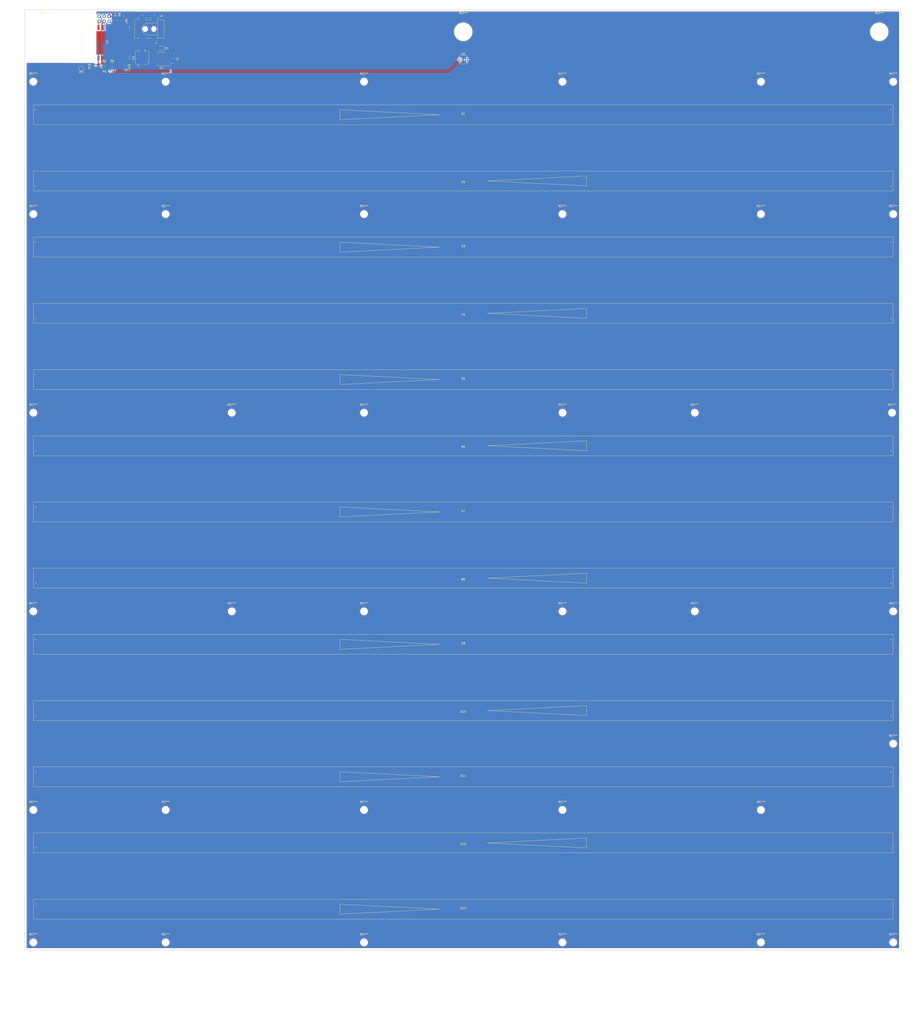
<source format=kicad_pcb>
(kicad_pcb (version 20211014) (generator pcbnew)
  (layers (0 "F.Cu" power) (31 "B.Cu" signal) (36 "B.SilkS" user "B.Silkscreen") (37 "F.SilkS" user "F.Silkscreen") (38 "B.Mask" user) (39 "F.Mask" user) (44 "Edge.Cuts" user))
  (net 0 "")
  (net 1 "GND")
  (net 2 "+5V")
  (net 3 "Net-(R1-Pad1)")
  (net 4 "+3V3")
  (net 5 "Net-(R6-Pad1)")
  (net 6 "Net-(R8-Pad2)")
  (net 7 "Net-(R9-Pad2)")
  (net 8 "Net-(R2-Pad1)")
  (net 9 "/Reset")
  (net 10 "/Flash")
  (net 11 "Net-(JP1-Pad1)")
  (net 12 "Net-(JP1-Pad2)")
  (net 25 "Net-(J1-Pad4)")
  (net 26 "Net-(S2-Pad4)")
  (net 27 "Net-(S1-Pad4)")
  (net 28 "Net-(S4-Pad4)")
  (net 29 "Net-(S3-Pad4)")
  (net 30 "Net-(S6-Pad4)")
  (net 31 "Net-(S5-Pad4)")
  (net 32 "Net-(S8-Pad4)")
  (net 33 "Net-(S10-Pad2)")
  (net 34 "Net-(S10-Pad4)")
  (net 35 "Net-(S7-Pad4)")
  (net 36 "Net-(S12-Pad4)")
  (net 38 "Net-(S11-Pad4)")
  (net 39 "Net-(J1-Pad6)")
  (footprint "Resistor_SMD:R_0805_2012Metric_Pad1.20x1.40mm_HandSolder" (layer "F.Cu") (at 366.163 338.203 -90)
    (fp_text reference "R5" (at 0 -1.65 90) (layer "F.SilkS"))
    (fp_text value "12k")
    (pad "1" smd roundrect locked (at -1 0 270) (size 1.2 1.4) (layers "F.Cu" "F.Paste" "F.Mask") (roundrect_rratio 0.2083333333) (net 9 "/Reset"))
    (pad "2" smd roundrect locked (at 1 0 270) (size 1.2 1.4) (layers "F.Cu" "F.Paste" "F.Mask") (roundrect_rratio 0.2083333333) (net 4 "+3V3"))
  )
  (footprint "MountingHole:MountingHole_3mm" (layer "F.Cu") (at 499.99965 512.48036)
    (fp_text reference "REF**" (at 0 -4) (layer "F.SilkS"))
    (fp_text value "MountingHole_3mm")
    (pad "" np_thru_hole circle locked (at 0 0) (size 3 3) (drill 3) (layers *.Cu *.Mask))
  )
  (footprint "Connector_BarrelJack:BarrelJack_CLIFF_FC681465S_SMT_Horizontal" (layer "F.Cu") (at 391.182 319.265 180)
    (fp_text reference "J2" (at -6.5 6.5) (layer "F.SilkS"))
    (fp_text value "Conn_01x02_Female")
    (pad "" np_thru_hole oval locked (at -2.9 0 270) (size 2 1.5) (drill oval 2 1.5) (layers *.Cu *.Mask))
    (pad "" np_thru_hole circle locked (at 1.5 0 270) (size 2 2) (drill 2) (layers *.Cu *.Mask))
    (pad "1" smd rect locked (at 3 -5.5 270) (size 3 2) (layers "F.Cu" "F.Paste" "F.Mask") (net 2 "+5V"))
    (pad "1" smd rect locked (at -3 -5.5 270) (size 3 2) (layers "F.Cu" "F.Paste" "F.Mask") (net 2 "+5V"))
    (pad "2" smd rect locked (at 3 5.5 270) (size 3 2) (layers "F.Cu" "F.Paste" "F.Mask") (net 1 "GND"))
    (pad "3" smd rect locked (at -3 5.5 270) (size 3 2) (layers "F.Cu" "F.Paste" "F.Mask") (net 1 "GND"))
  )
  (footprint "MountingHole:MountingHole_8.4mm_M8" (layer "F.Cu") (at 338.72 320.65)
    (fp_text reference "REF**" (at 0 -9.4) (layer "F.SilkS"))
    (fp_text value "MountingHole_8.4mm_M8")
    (pad "" np_thru_hole circle locked (at 0 0) (size 8.4 8.4) (drill 8.4) (layers *.Cu *.Mask))
  )
  (footprint "MountingHole:MountingHole_3mm" (layer "F.Cu") (at 399.99966 779.147)
    (fp_text reference "REF**" (at 0 -4) (layer "F.SilkS"))
    (fp_text value "MountingHole_3mm")
    (pad "" np_thru_hole circle locked (at 0 0) (size 3 3) (drill 3) (layers *.Cu *.Mask))
  )
  (footprint "MountingHole:MountingHole_3mm" (layer "F.Cu") (at 399.99966 412.48037)
    (fp_text reference "REF**" (at 0 -4) (layer "F.SilkS"))
    (fp_text value "MountingHole_3mm")
    (pad "" np_thru_hole circle locked (at 0 0) (size 3 3) (drill 3) (layers *.Cu *.Mask))
  )
  (footprint "MountingHole:MountingHole_3mm" (layer "F.Cu") (at 599.99964 779.147)
    (fp_text reference "REF**" (at 0 -4) (layer "F.SilkS"))
    (fp_text value "MountingHole_3mm")
    (pad "" np_thru_hole circle locked (at 0 0) (size 3 3) (drill 3) (layers *.Cu *.Mask))
  )
  (footprint "woordklok_footprint:WS2812_ledstrip_30leds_meter" (layer "F.Cu") (at 550 395.7783 180)
    (fp_text reference "S2" (at 0 -0.5 180 unlocked) (layer "F.SilkS"))
    (fp_text value "WS2812_ledstrip")
    (pad "1" smd roundrect locked (at 217.25 -2.5 180) (size 3 1.7) (layers "F.Cu" "F.Paste" "F.Mask") (net 1 "GND"))
    (pad "1" smd roundrect locked (at -217.3 -2.5 180) (size 3 1.7) (layers "F.Cu" "F.Paste" "F.Mask") (net 1 "GND"))
    (pad "2" smd roundrect locked (at -217.3 0 180) (size 3 1.7) (layers "F.Cu" "F.Paste" "F.Mask") (net 27 "Net-(S1-Pad4)"))
    (pad "3" smd roundrect locked (at 217.25 2.5 180) (size 3 1.7) (layers "F.Cu" "F.Paste" "F.Mask") (net 2 "+5V"))
    (pad "3" smd roundrect locked (at -217.3 2.5 180) (size 3 1.7) (layers "F.Cu" "F.Paste" "F.Mask") (net 2 "+5V"))
    (pad "4" smd roundrect locked (at 217.25 0 180) (size 3 1.7) (layers "F.Cu" "F.Paste" "F.Mask") (net 26 "Net-(S2-Pad4)"))
  )
  (footprint "woordklok_footprint:WS2812_ledstrip_30leds_meter" (layer "F.Cu") (at 550 362.445)
    (fp_text reference "S1" (at 0 -0.5 unlocked) (layer "F.SilkS"))
    (fp_text value "WS2812_ledstrip")
    (pad "1" smd roundrect locked (at -217.3 -2.5) (size 3 1.7) (layers "F.Cu" "F.Paste" "F.Mask") (net 1 "GND"))
    (pad "1" smd roundrect locked (at 217.25 -2.5) (size 3 1.7) (layers "F.Cu" "F.Paste" "F.Mask") (net 1 "GND"))
    (pad "2" smd roundrect locked (at -217.3 0) (size 3 1.7) (layers "F.Cu" "F.Paste" "F.Mask") (net 12 "Net-(JP1-Pad2)"))
    (pad "3" smd roundrect locked (at -217.3 2.5) (size 3 1.7) (layers "F.Cu" "F.Paste" "F.Mask") (net 2 "+5V"))
    (pad "3" smd roundrect locked (at 217.25 2.5) (size 3 1.7) (layers "F.Cu" "F.Paste" "F.Mask") (net 2 "+5V"))
    (pad "4" smd roundrect locked (at 217.25 0) (size 3 1.7) (layers "F.Cu" "F.Paste" "F.Mask") (net 27 "Net-(S1-Pad4)"))
  )
  (footprint "MountingHole:MountingHole_3mm" (layer "F.Cu") (at 333.33333 345.79)
    (fp_text reference "REF**" (at 0 -4) (layer "F.SilkS"))
    (fp_text value "MountingHole_3mm")
    (pad "" np_thru_hole circle locked (at 0 0) (size 3 3) (drill 3) (layers *.Cu *.Mask))
  )
  (footprint "MountingHole:MountingHole_3mm" (layer "F.Cu") (at 699.99963 779.147)
    (fp_text reference "REF**" (at 0 -4) (layer "F.SilkS"))
    (fp_text value "MountingHole_3mm")
    (pad "" np_thru_hole circle locked (at 0 0) (size 3 3) (drill 3) (layers *.Cu *.Mask))
  )
  (footprint "MountingHole:MountingHole_3mm" (layer "F.Cu") (at 333.333 412.48037)
    (fp_text reference "REF**" (at 0 -4) (layer "F.SilkS"))
    (fp_text value "MountingHole_3mm")
    (pad "" np_thru_hole circle locked (at 0 0) (size 3 3) (drill 3) (layers *.Cu *.Mask))
  )
  (footprint "MountingHole:MountingHole_8.4mm_M8" (layer "F.Cu") (at 759.64 320.7)
    (fp_text reference "REF**" (at 0 -9.4) (layer "F.SilkS"))
    (fp_text value "MountingHole_8.4mm_M8")
    (pad "" np_thru_hole circle locked (at 0 0) (size 8.4 8.4) (drill 8.4) (layers *.Cu *.Mask))
  )
  (footprint "woordklok_footprint:WS2812_ledstrip_30leds_meter" (layer "F.Cu") (at 550 429.1116)
    (fp_text reference "S3" (at 0 -0.5 unlocked) (layer "F.SilkS"))
    (fp_text value "WS2812_ledstrip")
    (pad "1" smd roundrect locked (at -217.3 -2.5) (size 3 1.7) (layers "F.Cu" "F.Paste" "F.Mask") (net 1 "GND"))
    (pad "1" smd roundrect locked (at 217.25 -2.5) (size 3 1.7) (layers "F.Cu" "F.Paste" "F.Mask") (net 1 "GND"))
    (pad "2" smd roundrect locked (at -217.3 0) (size 3 1.7) (layers "F.Cu" "F.Paste" "F.Mask") (net 26 "Net-(S2-Pad4)"))
    (pad "3" smd roundrect locked (at -217.3 2.5) (size 3 1.7) (layers "F.Cu" "F.Paste" "F.Mask") (net 2 "+5V"))
    (pad "3" smd roundrect locked (at 217.25 2.5) (size 3 1.7) (layers "F.Cu" "F.Paste" "F.Mask") (net 2 "+5V"))
    (pad "4" smd roundrect locked (at 217.25 0) (size 3 1.7) (layers "F.Cu" "F.Paste" "F.Mask") (net 29 "Net-(S3-Pad4)"))
  )
  (footprint "MountingHole:MountingHole_3mm" (layer "F.Cu") (at 499.99965 712.48034)
    (fp_text reference "REF**" (at 0 -4) (layer "F.SilkS"))
    (fp_text value "MountingHole_3mm")
    (pad "" np_thru_hole circle locked (at 0 0) (size 3 3) (drill 3) (layers *.Cu *.Mask))
  )
  (footprint "MountingHole:MountingHole_3mm" (layer "F.Cu") (at 499.99965 612.48035)
    (fp_text reference "REF**" (at 0 -4) (layer "F.SilkS"))
    (fp_text value "MountingHole_3mm")
    (pad "" np_thru_hole circle locked (at 0 0) (size 3 3) (drill 3) (layers *.Cu *.Mask))
  )
  (footprint "MountingHole:MountingHole_3mm" (layer "F.Cu") (at 599.99964 512.48036)
    (fp_text reference "REF**" (at 0 -4) (layer "F.SilkS"))
    (fp_text value "MountingHole_3mm")
    (pad "" np_thru_hole circle locked (at 0 0) (size 3 3) (drill 3) (layers *.Cu *.Mask))
  )
  (footprint "MountingHole:MountingHole_3mm" (layer "F.Cu") (at 766.66629 612.48035)
    (fp_text reference "REF**" (at 0 -4) (layer "F.SilkS"))
    (fp_text value "MountingHole_3mm")
    (pad "" np_thru_hole circle locked (at 0 0) (size 3 3) (drill 3) (layers *.Cu *.Mask))
  )
  (footprint "MountingHole:MountingHole_3mm" (layer "F.Cu") (at 599.99964 345.81371)
    (fp_text reference "REF**" (at 0 -4) (layer "F.SilkS"))
    (fp_text value "MountingHole_3mm")
    (pad "" np_thru_hole circle locked (at 0 0) (size 3 3) (drill 3) (layers *.Cu *.Mask))
  )
  (footprint "woordklok_footprint:WS2812_ledstrip_30leds_meter" (layer "F.Cu") (at 550 595.7781 180)
    (fp_text reference "S8" (at 0 -0.5 180 unlocked) (layer "F.SilkS"))
    (fp_text value "WS2812_ledstrip")
    (pad "1" smd roundrect locked (at -217.3 -2.5 180) (size 3 1.7) (layers "F.Cu" "F.Paste" "F.Mask") (net 1 "GND"))
    (pad "1" smd roundrect locked (at 217.25 -2.5 180) (size 3 1.7) (layers "F.Cu" "F.Paste" "F.Mask") (net 1 "GND"))
    (pad "2" smd roundrect locked (at -217.3 0 180) (size 3 1.7) (layers "F.Cu" "F.Paste" "F.Mask") (net 35 "Net-(S7-Pad4)"))
    (pad "3" smd roundrect locked (at 217.25 2.5 180) (size 3 1.7) (layers "F.Cu" "F.Paste" "F.Mask") (net 2 "+5V"))
    (pad "3" smd roundrect locked (at -217.3 2.5 180) (size 3 1.7) (layers "F.Cu" "F.Paste" "F.Mask") (net 2 "+5V"))
    (pad "4" smd roundrect locked (at 217.25 0 180) (size 3 1.7) (layers "F.Cu" "F.Paste" "F.Mask") (net 32 "Net-(S8-Pad4)"))
  )
  (footprint "Resistor_SMD:R_0805_2012Metric_Pad1.20x1.40mm_HandSolder" (layer "F.Cu") (at 369.211 337.045)
    (fp_text reference "R1" (at 0 -1.65) (layer "F.SilkS"))
    (fp_text value "100k")
    (pad "1" smd roundrect locked (at -1 0) (size 1.2 1.4) (layers "F.Cu" "F.Paste" "F.Mask") (roundrect_rratio 0.2083333333) (net 3 "Net-(R1-Pad1)"))
    (pad "2" smd roundrect locked (at 1 0) (size 1.2 1.4) (layers "F.Cu" "F.Paste" "F.Mask") (roundrect_rratio 0.2083333333) (net 1 "GND"))
  )
  (footprint "MountingHole:MountingHole_3mm" (layer "F.Cu") (at 333.333 712.48034)
    (fp_text reference "REF**" (at 0 -4) (layer "F.SilkS"))
    (fp_text value "MountingHole_3mm")
    (pad "" np_thru_hole circle locked (at 0 0) (size 3 3) (drill 3) (layers *.Cu *.Mask))
  )
  (footprint "MountingHole:MountingHole_3mm" (layer "F.Cu") (at 433.33299 512.48036)
    (fp_text reference "REF**" (at 0 -4) (layer "F.SilkS"))
    (fp_text value "MountingHole_3mm")
    (pad "" np_thru_hole circle locked (at 0 0) (size 3 3) (drill 3) (layers *.Cu *.Mask))
  )
  (footprint "MountingHole:MountingHole_3mm" (layer "F.Cu") (at 766.66629 412.48037)
    (fp_text reference "REF**" (at 0 -4) (layer "F.SilkS"))
    (fp_text value "MountingHole_3mm")
    (pad "" np_thru_hole circle locked (at 0 0) (size 3 3) (drill 3) (layers *.Cu *.Mask))
  )
  (footprint "MountingHole:MountingHole_3mm" (layer "F.Cu") (at 499.99965 345.81371)
    (fp_text reference "REF**" (at 0 -4) (layer "F.SilkS"))
    (fp_text value "MountingHole_3mm")
    (pad "" np_thru_hole circle locked (at 0 0) (size 3 3) (drill 3) (layers *.Cu *.Mask))
  )
  (footprint "MountingHole:MountingHole_8.4mm_M8" (layer "F.Cu") (at 549.99 320.7)
    (fp_text reference "REF**" (at 0 -9.4) (layer "F.SilkS"))
    (fp_text value "MountingHole_8.4mm_M8")
    (pad "" np_thru_hole circle locked (at 0 0) (size 8.4 8.4) (drill 8.4) (layers *.Cu *.Mask))
  )
  (footprint "MountingHole:MountingHole_3mm" (layer "F.Cu") (at 499.99965 779.147)
    (fp_text reference "REF**" (at 0 -4) (layer "F.SilkS"))
    (fp_text value "MountingHole_3mm")
    (pad "" np_thru_hole circle locked (at 0 0) (size 3 3) (drill 3) (layers *.Cu *.Mask))
  )
  (footprint "MountingHole:MountingHole_3mm" (layer "F.Cu") (at 433.33299 612.48035)
    (fp_text reference "REF**" (at 0 -4) (layer "F.SilkS"))
    (fp_text value "MountingHole_3mm")
    (pad "" np_thru_hole circle locked (at 0 0) (size 3 3) (drill 3) (layers *.Cu *.Mask))
  )
  (footprint "Resistor_SMD:R_0805_2012Metric_Pad1.20x1.40mm_HandSolder" (layer "F.Cu") (at 373.148 339.077 180)
    (fp_text reference "R3" (at 0 -1.65) (layer "F.SilkS"))
    (fp_text value "100k")
    (pad "1" smd roundrect locked (at -1 0 180) (size 1.2 1.4) (layers "F.Cu" "F.Paste" "F.Mask") (roundrect_rratio 0.2083333333) (net 4 "+3V3"))
    (pad "2" smd roundrect locked (at 1 0 180) (size 1.2 1.4) (layers "F.Cu" "F.Paste" "F.Mask") (roundrect_rratio 0.2083333333) (net 8 "Net-(R2-Pad1)"))
  )
  (footprint "woordklok_footprint:WS2812_ledstrip_30leds_meter" (layer "F.Cu") (at 550 729.1113 180)
    (fp_text reference "S12" (at 0 -0.5 180 unlocked) (layer "F.SilkS"))
    (fp_text value "WS2812_ledstrip")
    (pad "1" smd roundrect locked (at -217.3 -2.5 180) (size 3 1.7) (layers "F.Cu" "F.Paste" "F.Mask") (net 1 "GND"))
    (pad "1" smd roundrect locked (at 217.25 -2.5 180) (size 3 1.7) (layers "F.Cu" "F.Paste" "F.Mask") (net 1 "GND"))
    (pad "2" smd roundrect locked (at -217.3 0 180) (size 3 1.7) (layers "F.Cu" "F.Paste" "F.Mask") (net 38 "Net-(S11-Pad4)"))
    (pad "3" smd roundrect locked (at 217.25 2.5 180) (size 3 1.7) (layers "F.Cu" "F.Paste" "F.Mask") (net 2 "+5V"))
    (pad "3" smd roundrect locked (at -217.3 2.5 180) (size 3 1.7) (layers "F.Cu" "F.Paste" "F.Mask") (net 2 "+5V"))
    (pad "4" smd roundrect locked (at 217.25 0 180) (size 3 1.7) (layers "F.Cu" "F.Paste" "F.Mask") (net 36 "Net-(S12-Pad4)"))
  )
  (footprint "MountingHole:MountingHole_3mm" (layer "F.Cu") (at 699.99963 712.48034)
    (fp_text reference "REF**" (at 0 -4) (layer "F.SilkS"))
    (fp_text value "MountingHole_3mm")
    (pad "" np_thru_hole circle locked (at 0 0) (size 3 3) (drill 3) (layers *.Cu *.Mask))
  )
  (footprint "woordklok_footprint:WS2812_ledstrip_30leds_meter" (layer "F.Cu") (at 550 629.1114)
    (fp_text reference "S9" (at 0 -0.5 unlocked) (layer "F.SilkS"))
    (fp_text value "WS2812_ledstrip")
    (pad "1" smd roundrect locked (at -217.3 -2.5) (size 3 1.7) (layers "F.Cu" "F.Paste" "F.Mask") (net 1 "GND"))
    (pad "1" smd roundrect locked (at 217.25 -2.5) (size 3 1.7) (layers "F.Cu" "F.Paste" "F.Mask") (net 1 "GND"))
    (pad "2" smd roundrect locked (at -217.3 0) (size 3 1.7) (layers "F.Cu" "F.Paste" "F.Mask") (net 32 "Net-(S8-Pad4)"))
    (pad "3" smd roundrect locked (at 217.25 2.5) (size 3 1.7) (layers "F.Cu" "F.Paste" "F.Mask") (net 2 "+5V"))
    (pad "3" smd roundrect locked (at -217.3 2.5) (size 3 1.7) (layers "F.Cu" "F.Paste" "F.Mask") (net 2 "+5V"))
    (pad "4" smd roundrect locked (at 217.25 0) (size 3 1.7) (layers "F.Cu" "F.Paste" "F.Mask") (net 33 "Net-(S10-Pad2)"))
  )
  (footprint "MountingHole:MountingHole_3mm" (layer "F.Cu") (at 599.99964 612.48035)
    (fp_text reference "REF**" (at 0 -4) (layer "F.SilkS"))
    (fp_text value "MountingHole_3mm")
    (pad "" np_thru_hole circle locked (at 0 0) (size 3 3) (drill 3) (layers *.Cu *.Mask))
  )
  (footprint "Jumper:SolderJumper-2_P1.3mm_Open_RoundedPad1.0x1.5mm" (layer "F.Cu") (at 357.5 339.2 180)
    (fp_text reference "JP1" (at 0 -1.8) (layer "F.SilkS"))
    (fp_text value "ledstrip")
    (pad "1" smd custom locked (at -0.65 0 180) (size 1 0.5) (layers "F.Cu" "F.Mask") (net 11 "Net-(JP1-Pad1)") (options (clearance outline) (anchor rect)) (primitives (gr_circle (center 0 0.25) (end 0.5 0.25) (width 0) (fill yes)) (gr_circle (center 0 -0.25) (end 0.5 -0.25) (width 0) (fill yes)) (gr_poly (pts (xy 0.5 0.75) (xy 0 0.75) (xy 0 -0.75) (xy 0.5 -0.75)) (width 0) (fill yes))))
    (pad "2" smd custom locked (at 0.65 0 180) (size 1 0.5) (layers "F.Cu" "F.Mask") (net 12 "Net-(JP1-Pad2)") (options (clearance outline) (anchor rect)) (primitives (gr_circle (center 0 0.25) (end 0.5 0.25) (width 0) (fill yes)) (gr_circle (center 0 -0.25) (end 0.5 -0.25) (width 0) (fill yes)) (gr_poly (pts (xy 0 0.75) (xy -0.5 0.75) (xy -0.5 -0.75) (xy 0 -0.75)) (width 0) (fill yes))))
  )
  (footprint "MountingHole:MountingHole_3mm" (layer "F.Cu") (at 333.333 779.147)
    (fp_text reference "REF**" (at 0 -4) (layer "F.SilkS"))
    (fp_text value "MountingHole_3mm")
    (pad "" np_thru_hole circle locked (at 0 0) (size 3 3) (drill 3) (layers *.Cu *.Mask))
  )
  (footprint "woordklok_footprint:WS2812_ledstrip_30leds_meter" (layer "F.Cu") (at 550 462.4449 180)
    (fp_text reference "S4" (at 0 -0.5 180 unlocked) (layer "F.SilkS"))
    (fp_text value "WS2812_ledstrip")
    (pad "1" smd roundrect locked (at 217.25 -2.5 180) (size 3 1.7) (layers "F.Cu" "F.Paste" "F.Mask") (net 1 "GND"))
    (pad "1" smd roundrect locked (at -217.3 -2.5 180) (size 3 1.7) (layers "F.Cu" "F.Paste" "F.Mask") (net 1 "GND"))
    (pad "2" smd roundrect locked (at -217.3 0 180) (size 3 1.7) (layers "F.Cu" "F.Paste" "F.Mask") (net 29 "Net-(S3-Pad4)"))
    (pad "3" smd roundrect locked (at 217.25 2.5 180) (size 3 1.7) (layers "F.Cu" "F.Paste" "F.Mask") (net 2 "+5V"))
    (pad "3" smd roundrect locked (at -217.3 2.5 180) (size 3 1.7) (layers "F.Cu" "F.Paste" "F.Mask") (net 2 "+5V"))
    (pad "4" smd roundrect locked (at 217.25 0 180) (size 3 1.7) (layers "F.Cu" "F.Paste" "F.Mask") (net 28 "Net-(S4-Pad4)"))
  )
  (footprint "woordklok_footprint:WS2812_ledstrip_30leds_meter" (layer "F.Cu") (at 550 662.4447 180)
    (fp_text reference "S10" (at 0 -0.5 180 unlocked) (layer "F.SilkS"))
    (fp_text value "WS2812_ledstrip")
    (pad "1" smd roundrect locked (at -217.3 -2.5 180) (size 3 1.7) (layers "F.Cu" "F.Paste" "F.Mask") (net 1 "GND"))
    (pad "1" smd roundrect locked (at 217.25 -2.5 180) (size 3 1.7) (layers "F.Cu" "F.Paste" "F.Mask") (net 1 "GND"))
    (pad "2" smd roundrect locked (at -217.3 0 180) (size 3 1.7) (layers "F.Cu" "F.Paste" "F.Mask") (net 33 "Net-(S10-Pad2)"))
    (pad "3" smd roundrect locked (at 217.25 2.5 180) (size 3 1.7) (layers "F.Cu" "F.Paste" "F.Mask") (net 2 "+5V"))
    (pad "3" smd roundrect locked (at -217.3 2.5 180) (size 3 1.7) (layers "F.Cu" "F.Paste" "F.Mask") (net 2 "+5V"))
    (pad "4" smd roundrect locked (at 217.25 0 180) (size 3 1.7) (layers "F.Cu" "F.Paste" "F.Mask") (net 34 "Net-(S10-Pad4)"))
  )
  (footprint "Resistor_SMD:R_0805_2012Metric_Pad1.20x1.40mm_HandSolder" (layer "F.Cu") (at 376.682 315.0486 -90)
    (fp_text reference "R8" (at -2.9486 -0.118 90) (layer "F.SilkS"))
    (fp_text value "12k")
    (pad "1" smd roundrect locked (at -1 0 270) (size 1.2 1.4) (layers "F.Cu" "F.Paste" "F.Mask") (roundrect_rratio 0.2083333333) (net 4 "+3V3"))
    (pad "2" smd roundrect locked (at 1 0 270) (size 1.2 1.4) (layers "F.Cu" "F.Paste" "F.Mask") (roundrect_rratio 0.2083333333) (net 6 "Net-(R8-Pad2)"))
  )
  (footprint "MountingHole:MountingHole_3mm" (layer "F.Cu") (at 399.99966 345.81371)
    (fp_text reference "REF**" (at 0 -4) (layer "F.SilkS"))
    (fp_text value "MountingHole_3mm")
    (pad "" np_thru_hole circle locked (at 0 0) (size 3 3) (drill 3) (layers *.Cu *.Mask))
  )
  (footprint "MountingHole:MountingHole_3mm" (layer "F.Cu") (at 599.99964 712.48034)
    (fp_text reference "REF**" (at 0 -4) (layer "F.SilkS"))
    (fp_text value "MountingHole_3mm")
    (pad "" np_thru_hole circle locked (at 0 0) (size 3 3) (drill 3) (layers *.Cu *.Mask))
  )
  (footprint "MountingHole:MountingHole_3mm" (layer "F.Cu") (at 766.66629 679.14701)
    (fp_text reference "REF**" (at 0 -4) (layer "F.SilkS"))
    (fp_text value "MountingHole_3mm")
    (pad "" np_thru_hole circle locked (at 0 0) (size 3 3) (drill 3) (layers *.Cu *.Mask))
  )
  (footprint "MountingHole:MountingHole_3mm" (layer "F.Cu") (at 333.333 512.48036)
    (fp_text reference "REF**" (at 0 -4) (layer "F.SilkS"))
    (fp_text value "MountingHole_3mm")
    (pad "" np_thru_hole circle locked (at 0 0) (size 3 3) (drill 3) (layers *.Cu *.Mask))
  )
  (footprint "Diode_SMD:D_0805_2012Metric_Pad1.15x1.40mm_HandSolder" (layer "F.Cu") (at 397.637 328.93 180)
    (fp_text reference "D1" (at -3.013 -0.02) (layer "F.SilkS"))
    (fp_text value "D_Schottky")
    (pad "1" smd roundrect locked (at -1.025 0 180) (size 1.15 1.4) (layers "F.Cu" "F.Paste" "F.Mask") (roundrect_rratio 0.2173913043) (net 2 "+5V"))
    (pad "2" smd roundrect locked (at 1.025 0 180) (size 1.15 1.4) (layers "F.Cu" "F.Paste" "F.Mask") (roundrect_rratio 0.2173913043) (net 4 "+3V3"))
  )
  (footprint "MountingHole:MountingHole_3mm" (layer "F.Cu") (at 699.99963 412.48037)
    (fp_text reference "REF**" (at 0 -4) (layer "F.SilkS"))
    (fp_text value "MountingHole_3mm")
    (pad "" np_thru_hole circle locked (at 0 0) (size 3 3) (drill 3) (layers *.Cu *.Mask))
  )
  (footprint "woordklok_footprint:WS2812_ledstrip_30leds_meter" (layer "F.Cu") (at 550 695.778)
    (fp_text reference "S11" (at 0 -0.5 unlocked) (layer "F.SilkS"))
    (fp_text value "WS2812_ledstrip")
    (pad "1" smd roundrect locked (at 217.25 -2.5) (size 3 1.7) (layers "F.Cu" "F.Paste" "F.Mask") (net 1 "GND"))
    (pad "1" smd roundrect locked (at -217.3 -2.5) (size 3 1.7) (layers "F.Cu" "F.Paste" "F.Mask") (net 1 "GND"))
    (pad "2" smd roundrect locked (at -217.3 0) (size 3 1.7) (layers "F.Cu" "F.Paste" "F.Mask") (net 34 "Net-(S10-Pad4)"))
    (pad "3" smd roundrect locked (at 217.25 2.5) (size 3 1.7) (layers "F.Cu" "F.Paste" "F.Mask") (net 2 "+5V"))
    (pad "3" smd roundrect locked (at -217.3 2.5) (size 3 1.7) (layers "F.Cu" "F.Paste" "F.Mask") (net 2 "+5V"))
    (pad "4" smd roundrect locked (at 217.25 0) (size 3 1.7) (layers "F.Cu" "F.Paste" "F.Mask") (net 38 "Net-(S11-Pad4)"))
  )
  (footprint "Package_TO_SOT_SMD:SOT-223-3_TabPin2" (layer "F.Cu") (at 397.891 334.391 180)
    (fp_text reference "U1" (at 0 -4.5) (layer "F.SilkS"))
    (fp_text value "AMS1117-3.3")
    (pad "1" smd rect locked (at -3.15 -2.3 180) (size 2 1.5) (layers "F.Cu" "F.Paste" "F.Mask") (net 1 "GND"))
    (pad "2" smd rect locked (at -3.15 0 180) (size 2 1.5) (layers "F.Cu" "F.Paste" "F.Mask") (net 4 "+3V3"))
    (pad "2" smd rect locked (at 3.15 0 180) (size 2 3.8) (layers "F.Cu" "F.Paste" "F.Mask") (net 4 "+3V3"))
    (pad "3" smd rect locked (at -3.15 2.3 180) (size 2 1.5) (layers "F.Cu" "F.Paste" "F.Mask") (net 2 "+5V"))
  )
  (footprint "RF_Module:ESP-12E" (layer "F.Cu") (at 369.65 326.25 90)
    (fp_text reference "U2" (at 0.45 0.75 90) (layer "F.SilkS"))
    (fp_text value "ESP-12E")
    (pad "1" smd rect locked (at -7.6 -3.5 90) (size 2.5 1) (layers "F.Cu" "F.Paste" "F.Mask") (net 9 "/Reset"))
    (pad "2" smd rect locked (at -7.6 -1.5 90) (size 2.5 1) (layers "F.Cu" "F.Paste" "F.Mask") (net 3 "Net-(R1-Pad1)"))
    (pad "3" smd rect locked (at -7.6 0.5 90) (size 2.5 1) (layers "F.Cu" "F.Paste" "F.Mask") (net 5 "Net-(R6-Pad1)"))
    (pad "4" smd rect locked (at -7.6 2.5 90) (size 2.5 1) (layers "F.Cu" "F.Paste" "F.Mask"))
    (pad "5" smd rect locked (at -7.6 4.5 90) (size 2.5 1) (layers "F.Cu" "F.Paste" "F.Mask"))
    (pad "6" smd rect locked (at -7.6 6.5 90) (size 2.5 1) (layers "F.Cu" "F.Paste" "F.Mask"))
    (pad "7" smd rect locked (at -7.6 8.5 90) (size 2.5 1) (layers "F.Cu" "F.Paste" "F.Mask"))
    (pad "8" smd rect locked (at -7.6 10.5 90) (size 2.5 1) (layers "F.Cu" "F.Paste" "F.Mask") (net 4 "+3V3"))
    (pad "9" smd rect locked (at -5 12 90) (size 1 1.8) (layers "F.Cu" "F.Paste" "F.Mask"))
    (pad "10" smd rect locked (at -3 12 90) (size 1 1.8) (layers "F.Cu" "F.Paste" "F.Mask"))
    (pad "11" smd rect locked (at -1 12 90) (size 1 1.8) (layers "F.Cu" "F.Paste" "F.Mask"))
    (pad "12" smd rect locked (at 1 12 90) (size 1 1.8) (layers "F.Cu" "F.Paste" "F.Mask"))
    (pad "13" smd rect locked (at 3 12 90) (size 1 1.8) (layers "F.Cu" "F.Paste" "F.Mask"))
    (pad "14" smd rect locked (at 5 12 90) (size 1 1.8) (layers "F.Cu" "F.Paste" "F.Mask"))
    (pad "15" smd rect locked (at 7.6 10.5 90) (size 2.5 1) (layers "F.Cu" "F.Paste" "F.Mask") (net 1 "GND"))
    (pad "16" smd rect locked (at 7.6 8.5 90) (size 2.5 1) (layers "F.Cu" "F.Paste" "F.Mask") (net 7 "Net-(R9-Pad2)"))
    (pad "17" smd rect locked (at 7.6 6.5 90) (size 2.5 1) (layers "F.Cu" "F.Paste" "F.Mask") (net 6 "Net-(R8-Pad2)"))
    (pad "18" smd rect locked (at 7.6 4.5 90) (size 2.5 1) (layers "F.Cu" "F.Paste" "F.Mask") (net 10 "/Flash"))
    (pad "19" smd rect locked (at 7.6 2.5 90) (size 2.5 1) (layers "F.Cu" "F.Paste" "F.Mask"))
    (pad "20" smd rect locked (at 7.6 0.5 90) (size 2.5 1) (layers "F.Cu" "F.Paste" "F.Mask"))
    (pad "21" smd rect locked (at 7.6 -1.5 90) (size 2.5 1) (layers "F.Cu" "F.Paste" "F.Mask") (net 25 "Net-(J1-Pad4)"))
    (pad "22" smd rect locked (at 7.6 -3.5 90) (size 2.5 1) (layers "F.Cu" "F.Paste" "F.Mask") (net 39 "Net-(J1-Pad6)"))
  )
  (footprint "woordklok_footprint:WS2812_ledstrip_30leds_meter" (layer "F.Cu") (at 550 495.7782)
    (fp_text reference "S5" (at 0 -0.5 unlocked) (layer "F.SilkS"))
    (fp_text value "WS2812_ledstrip")
    (pad "1" smd roundrect locked (at 217.25 -2.5) (size 3 1.7) (layers "F.Cu" "F.Paste" "F.Mask") (net 1 "GND"))
    (pad "1" smd roundrect locked (at -217.3 -2.5) (size 3 1.7) (layers "F.Cu" "F.Paste" "F.Mask") (net 1 "GND"))
    (pad "2" smd roundrect locked (at -217.3 0) (size 3 1.7) (layers "F.Cu" "F.Paste" "F.Mask") (net 28 "Net-(S4-Pad4)"))
    (pad "3" smd roundrect locked (at -217.3 2.5) (size 3 1.7) (layers "F.Cu" "F.Paste" "F.Mask") (net 2 "+5V"))
    (pad "3" smd roundrect locked (at 217.25 2.5) (size 3 1.7) (layers "F.Cu" "F.Paste" "F.Mask") (net 2 "+5V"))
    (pad "4" smd roundrect locked (at 217.25 0) (size 3 1.7) (layers "F.Cu" "F.Paste" "F.Mask") (net 31 "Net-(S5-Pad4)"))
  )
  (footprint "MountingHole:MountingHole_3mm" (layer "F.Cu") (at 333.333 612.48035)
    (fp_text reference "REF**" (at 0 -4) (layer "F.SilkS"))
    (fp_text value "MountingHole_3mm")
    (pad "" np_thru_hole circle locked (at 0 0) (size 3 3) (drill 3) (layers *.Cu *.Mask))
  )
  (footprint "MountingHole:MountingHole_3mm" (layer "F.Cu") (at 499.99965 412.48037)
    (fp_text reference "REF**" (at 0 -4) (layer "F.SilkS"))
    (fp_text value "MountingHole_3mm")
    (pad "" np_thru_hole circle locked (at 0 0) (size 3 3) (drill 3) (layers *.Cu *.Mask))
  )
  (footprint "MountingHole:MountingHole_3mm" (layer "F.Cu") (at 766.1 512.48036)
    (fp_text reference "REF**" (at 0 -4) (layer "F.SilkS"))
    (fp_text value "MountingHole_3mm")
    (pad "" np_thru_hole circle locked (at 0 0) (size 3 3) (drill 3) (layers *.Cu *.Mask))
  )
  (footprint "Resistor_SMD:R_0805_2012Metric_Pad1.20x1.40mm_HandSolder" (layer "F.Cu") (at 369.211 339.077 180)
    (fp_text reference "R4" (at 0 -1.65) (layer "F.SilkS"))
    (fp_text value "220k")
    (pad "1" smd roundrect locked (at -1 0 180) (size 1.2 1.4) (layers "F.Cu" "F.Paste" "F.Mask") (roundrect_rratio 0.2083333333) (net 8 "Net-(R2-Pad1)"))
    (pad "2" smd roundrect locked (at 1 0 180) (size 1.2 1.4) (layers "F.Cu" "F.Paste" "F.Mask") (roundrect_rratio 0.2083333333) (net 3 "Net-(R1-Pad1)"))
  )
  (footprint "Connector_PinHeader_2.54mm:PinHeader_2x03_P2.54mm_Vertical" (layer "F.Cu") (at 371.587 312.8846 -90)
    (fp_text reference "J1" hide)
    (fp_text value "Conn_02x03")
    (pad "1" thru_hole rect (at 0 0 270) (size 1.7 1.7) (drill 1) (layers *.Cu *.Mask) (net 4 "+3V3"))
    (pad "2" thru_hole oval (at 2.54 0 270) (size 1.7 1.7) (drill 1) (layers *.Cu *.Mask) (net 10 "/Flash"))
    (pad "3" thru_hole oval (at 0 2.54 270) (size 1.7 1.7) (drill 1) (layers *.Cu *.Mask) (net 1 "GND"))
    (pad "4" thru_hole oval (at 2.54 2.54 270) (size 1.7 1.7) (drill 1) (layers *.Cu *.Mask) (net 25 "Net-(J1-Pad4)"))
    (pad "5" thru_hole oval (at 0 5.08 270) (size 1.7 1.7) (drill 1) (layers *.Cu *.Mask) (net 9 "/Reset"))
    (pad "6" thru_hole oval (at 2.54 5.08 270) (size 1.7 1.7) (drill 1) (layers *.Cu *.Mask) (net 39 "Net-(J1-Pad6)"))
  )
  (footprint "woordklok_footprint:WS2812_ledstrip_30leds_meter" (layer "F.Cu") (at 550 762.4446)
    (fp_text reference "S13" (at 0 -0.5 unlocked) (layer "F.SilkS"))
    (fp_text value "WS2812_ledstrip")
    (pad "1" smd roundrect locked (at -217.3 -2.5) (size 3 1.7) (layers "F.Cu" "F.Paste" "F.Mask") (net 1 "GND"))
    (pad "1" smd roundrect locked (at 217.25 -2.5) (size 3 1.7) (layers "F.Cu" "F.Paste" "F.Mask") (net 1 "GND"))
    (pad "2" smd roundrect locked (at -217.3 0) (size 3 1.7) (layers "F.Cu" "F.Paste" "F.Mask") (net 36 "Net-(S12-Pad4)"))
    (pad "3" smd roundrect locked (at 217.25 2.5) (size 3 1.7) (layers "F.Cu" "F.Paste" "F.Mask") (net 2 "+5V"))
    (pad "3" smd roundrect locked (at -217.3 2.5) (size 3 1.7) (layers "F.Cu" "F.Paste" "F.Mask") (net 2 "+5V"))
    (pad "4" smd roundrect locked (at 217.25 0) (size 3 1.7) (layers "F.Cu" "F.Paste" "F.Mask"))
  )
  (footprint "Resistor_SMD:R_0805_2012Metric_Pad1.20x1.40mm_HandSolder" (layer "F.Cu") (at 378.714 315.0486 -90)
    (fp_text reference "R9" (at 0.0514 -1.586 90) (layer "F.SilkS"))
    (fp_text value "12k")
    (pad "1" smd roundrect locked (at -1 0 270) (size 1.2 1.4) (layers "F.Cu" "F.Paste" "F.Mask") (roundrect_rratio 0.2083333333) (net 1 "GND"))
    (pad "2" smd roundrect locked (at 1 0 270) (size 1.2 1.4) (layers "F.Cu" "F.Paste" "F.Mask") (roundrect_rratio 0.2083333333) (net 7 "Net-(R9-Pad2)"))
  )
  (footprint "Capacitor_SMD:C_0805_2012Metric_Pad1.18x1.45mm_HandSolder" (layer "F.Cu") (at 404.368 334.264 -90)
    (fp_text reference "C1" (at 0 -1.68 90) (layer "F.SilkS"))
    (fp_text value "10uF")
    (pad "1" smd roundrect locked (at -1.0375 0 270) (size 1.175 1.45) (layers "F.Cu" "F.Paste" "F.Mask") (roundrect_rratio 0.2127659574) (net 2 "+5V"))
    (pad "2" smd roundrect locked (at 1.0375 0 270) (size 1.175 1.45) (layers "F.Cu" "F.Paste" "F.Mask") (roundrect_rratio 0.2127659574) (net 1 "GND"))
  )
  (footprint "Capacitor_SMD:CP_Elec_6.3x5.4" (layer "F.Cu") (at 388.112 333.883 90)
    (fp_text reference "C2" (at 0 -4.35 90) (layer "F.SilkS"))
    (fp_text value "10uF")
    (pad "1" smd roundrect locked (at -2.8 0 90) (size 3.5 1.6) (layers "F.Cu" "F.Paste" "F.Mask") (roundrect_rratio 0.15625) (net 4 "+3V3"))
    (pad "2" smd roundrect locked (at 2.8 0 90) (size 3.5 1.6) (layers "F.Cu" "F.Paste" "F.Mask") (roundrect_rratio 0.15625) (net 1 "GND"))
  )
  (footprint "MountingHole:MountingHole_3mm" (layer "F.Cu") (at 699.99963 345.81371)
    (fp_text reference "REF**" (at 0 -4) (layer "F.SilkS"))
    (fp_text value "MountingHole_3mm")
    (pad "" np_thru_hole circle locked (at 0 0) (size 3 3) (drill 3) (layers *.Cu *.Mask))
  )
  (footprint "MountingHole:MountingHole_3mm" (layer "F.Cu") (at 399.99966 712.48034)
    (fp_text reference "REF**" (at 0 -4) (layer "F.SilkS"))
    (fp_text value "MountingHole_3mm")
    (pad "" np_thru_hole circle locked (at 0 0) (size 3 3) (drill 3) (layers *.Cu *.Mask))
  )
  (footprint "Capacitor_SMD:C_0805_2012Metric_Pad1.18x1.45mm_HandSolder" (layer "F.Cu") (at 380.133 337.947 -90)
    (fp_text reference "C3" (at 0 -1.68 90) (layer "F.SilkS"))
    (fp_text value "10uF")
    (pad "1" smd roundrect locked (at -1.0375 0 270) (size 1.175 1.45) (layers "F.Cu" "F.Paste" "F.Mask") (roundrect_rratio 0.2127659574) (net 4 "+3V3"))
    (pad "2" smd roundrect locked (at 1.0375 0 270) (size 1.175 1.45) (layers "F.Cu" "F.Paste" "F.Mask") (roundrect_rratio 0.2127659574) (net 1 "GND"))
  )
  (footprint "MountingHole:MountingHole_3mm" (layer "F.Cu") (at 766.66629 345.81371)
    (fp_text reference "REF**" (at 0 -4) (layer "F.SilkS"))
    (fp_text value "MountingHole_3mm")
    (pad "" np_thru_hole circle locked (at 0 0) (size 3 3) (drill 3) (layers *.Cu *.Mask))
  )
  (footprint "Resistor_SMD:R_0805_2012Metric_Pad1.20x1.40mm_HandSolder" (layer "F.Cu") (at 374.65 315.0486 -90)
    (fp_text reference "R7" (at -2.9486 -0.15 90) (layer "F.SilkS"))
    (fp_text value "12k")
    (pad "1" smd roundrect locked (at -1 0 270) (size 1.2 1.4) (layers "F.Cu" "F.Paste" "F.Mask") (roundrect_rratio 0.2083333333) (net 4 "+3V3"))
    (pad "2" smd roundrect locked (at 1 0 270) (size 1.2 1.4) (layers "F.Cu" "F.Paste" "F.Mask") (roundrect_rratio 0.2083333333) (net 10 "/Flash"))
  )
  (footprint "MountingHole:MountingHole_3mm" (layer "F.Cu") (at 666.6663 612.48035)
    (fp_text reference "REF**" (at 0 -4) (layer "F.SilkS"))
    (fp_text value "MountingHole_3mm")
    (pad "" np_thru_hole circle locked (at 0 0) (size 3 3) (drill 3) (layers *.Cu *.Mask))
  )
  (footprint "Resistor_SMD:R_0805_2012Metric_Pad1.20x1.40mm_HandSolder" (layer "F.Cu") (at 373.148 337.045)
    (fp_text reference "R6" (at 0 -1.65) (layer "F.SilkS"))
    (fp_text value "12k")
    (pad "1" smd roundrect locked (at -1 0) (size 1.2 1.4) (layers "F.Cu" "F.Paste" "F.Mask") (roundrect_rratio 0.2083333333) (net 5 "Net-(R6-Pad1)"))
    (pad "2" smd roundrect locked (at 1 0) (size 1.2 1.4) (layers "F.Cu" "F.Paste" "F.Mask") (roundrect_rratio 0.2083333333) (net 4 "+3V3"))
  )
  (footprint "MountingHole:MountingHole_3mm" (layer "F.Cu") (at 599.99964 412.48037)
    (fp_text reference "REF**" (at 0 -4) (layer "F.SilkS"))
    (fp_text value "MountingHole_3mm")
    (pad "" np_thru_hole circle locked (at 0 0) (size 3 3) (drill 3) (layers *.Cu *.Mask))
  )
  (footprint "woordklok_footprint:WS2812_ledstrip_30leds_meter" (layer "F.Cu") (at 550 529.1115 180)
    (fp_text reference "S6" (at 0 -0.5 180 unlocked) (layer "F.SilkS"))
    (fp_text value "WS2812_ledstrip")
    (pad "1" smd roundrect locked (at -217.3 -2.5 180) (size 3 1.7) (layers "F.Cu" "F.Paste" "F.Mask") (net 1 "GND"))
    (pad "1" smd roundrect locked (at 217.25 -2.5 180) (size 3 1.7) (layers "F.Cu" "F.Paste" "F.Mask") (net 1 "GND"))
    (pad "2" smd roundrect locked (at -217.3 0 180) (size 3 1.7) (layers "F.Cu" "F.Paste" "F.Mask") (net 31 "Net-(S5-Pad4)"))
    (pad "3" smd roundrect locked (at -217.3 2.5 180) (size 3 1.7) (layers "F.Cu" "F.Paste" "F.Mask") (net 2 "+5V"))
    (pad "3" smd roundrect locked (at 217.25 2.5 180) (size 3 1.7) (layers "F.Cu" "F.Paste" "F.Mask") (net 2 "+5V"))
    (pad "4" smd roundrect locked (at 217.25 0 180) (size 3 1.7) (layers "F.Cu" "F.Paste" "F.Mask") (net 30 "Net-(S6-Pad4)"))
  )
  (footprint "MountingHole:MountingHole_3mm" (layer "F.Cu") (at 766.66629 779.147)
    (fp_text reference "REF**" (at 0 -4) (layer "F.SilkS"))
    (fp_text value "MountingHole_3mm")
    (pad "" np_thru_hole circle locked (at 0 0) (size 3 3) (drill 3) (layers *.Cu *.Mask))
  )
  (footprint "OptoDevice:R_LDR_5.1x4.3mm_P3.4mm_Vertical" (layer "F.Cu") (at 548.3122 334.7526)
    (fp_text reference "R2" (at 1.7 -2.9) (layer "F.SilkS"))
    (fp_text value "LDR")
    (pad "1" thru_hole circle locked (at 0 0) (size 1.5 1.5) (drill 0.8) (layers *.Cu *.Mask) (net 8 "Net-(R2-Pad1)"))
    (pad "2" thru_hole circle locked (at 3.4 0) (size 1.5 1.5) (drill 0.8) (layers *.Cu *.Mask) (net 1 "GND"))
  )
  (footprint "Resistor_SMD:R_0805_2012Metric_Pad1.20x1.40mm_HandSolder" (layer "F.Cu") (at 363.22 338.201 90)
    (fp_text reference "R10" (at 0 -1.65 90) (layer "F.SilkS"))
    (fp_text value "330")
    (pad "1" smd roundrect locked (at -1 0 90) (size 1.2 1.4) (layers "F.Cu" "F.Paste" "F.Mask") (roundrect_rratio 0.2083333333) (net 11 "Net-(JP1-Pad1)"))
    (pad "2" smd roundrect locked (at 1 0 90) (size 1.2 1.4) (layers "F.Cu" "F.Paste" "F.Mask") (roundrect_rratio 0.2083333333) (net 25 "Net-(J1-Pad4)"))
  )
  (footprint "MountingHole:MountingHole_3mm" (layer "F.Cu") (at 666.6663 512.48036)
    (fp_text reference "REF**" (at 0 -4) (layer "F.SilkS"))
    (fp_text value "MountingHole_3mm")
    (pad "" np_thru_hole circle locked (at 0 0) (size 3 3) (drill 3) (layers *.Cu *.Mask))
  )
  (footprint "woordklok_footprint:WS2812_ledstrip_30leds_meter" (layer "F.Cu") (at 550 562.4448)
    (fp_text reference "S7" (at 0 -0.5 unlocked) (layer "F.SilkS"))
    (fp_text value "WS2812_ledstrip")
    (pad "1" smd roundrect locked (at 217.25 -2.5) (size 3 1.7) (layers "F.Cu" "F.Paste" "F.Mask") (net 1 "GND"))
    (pad "1" smd roundrect locked (at -217.3 -2.5) (size 3 1.7) (layers "F.Cu" "F.Paste" "F.Mask") (net 1 "GND"))
    (pad "2" smd roundrect locked (at -217.3 0) (size 3 1.7) (layers "F.Cu" "F.Paste" "F.Mask") (net 30 "Net-(S6-Pad4)"))
    (pad "3" smd roundrect locked (at -217.3 2.5) (size 3 1.7) (layers "F.Cu" "F.Paste" "F.Mask") (net 2 "+5V"))
    (pad "3" smd roundrect locked (at 217.25 2.5) (size 3 1.7) (layers "F.Cu" "F.Paste" "F.Mask") (net 2 "+5V"))
    (pad "4" smd roundrect locked (at 217.25 0) (size 3 1.7) (layers "F.Cu" "F.Paste" "F.Mask") (net 35 "Net-(S7-Pad4)"))
  )
  (gr_rect (start 329 309.5) (end 770.6 783) (layer "Edge.Cuts") (width 0.2) (fill none))
  (segment (start 389.363 329.832) (end 388.112 331.083) (width 0.4) (layer "F.Cu") (net 1))
  (segment (start 390.144 313.69) (end 388.257 313.69) (width 0.4) (layer "F.Cu") (net 1))
  (segment (start 392.5 313.7) (end 394.117 313.7) (width 0.4) (layer "F.Cu") (net 1))
  (segment (start 388.257 313.69) (end 388.182 313.765) (width 0.4) (layer "F.Cu") (net 1))
  (segment (start 386.566 329.832) (end 386.861 329.832) (width 0.4) (layer "F.Cu") (net 1))
  (segment (start 380.492 318.308) (end 380.15 318.65) (width 0.4) (layer "F.Cu") (net 1))
  (segment (start 388.366 312.166) (end 388.366 313.581) (width 0.4) (layer "F.Cu") (net 1))
  (segment (start 386.861 329.832) (end 388.112 331.083) (width 0.4) (layer "F.Cu") (net 1))
  (segment (start 386.334 313.69) (end 388.107 313.69) (width 0.4) (layer "F.Cu") (net 1))
  (segment (start 370.211 337.045) (end 370.211 336.683) (width 0.4) (layer "F.Cu") (net 1))
  (segment (start 388.366 313.581) (end 388.182 313.765) (width 0.4) (layer "F.Cu") (net 1))
  (segment (start 380.2385 339.09) (end 380.133 338.9845) (width 0.4) (layer "F.Cu") (net 1))
  (segment (start 394.247 313.7) (end 394.182 313.765) (width 0.4) (layer "F.Cu") (net 1))
  (segment (start 394.117 313.7) (end 394.182 313.765) (width 0.4) (layer "F.Cu") (net 1))
  (segment (start 402.948 336.691) (end 402.949 336.69) (width 0.4) (layer "F.Cu") (net 1))
  (segment (start 388.107 313.69) (end 388.182 313.765) (width 0.4) (layer "F.Cu") (net 1))
  (segment (start 378.714 312.674) (end 378.714 314.0486) (width 0.4) (layer "F.Cu") (net 1))
  (segment (start 370.211 336.683) (end 369.316 335.788) (width 0.4) (layer "F.Cu") (net 1))
  (segment (start 380.492 316.484) (end 380.492 318.308) (width 0.4) (layer "F.Cu") (net 1))
  (segment (start 389.614 329.832) (end 389.363 329.832) (width 0.4) (layer "F.Cu") (net 1))
  (segment (start 381.762 339.09) (end 380.2385 339.09) (width 0.4) (layer "F.Cu") (net 1))
  (segment (start 403.733 335.3015) (end 403.733 335.906) (width 0.4) (layer "F.Cu") (net 1))
  (segment (start 401.041 336.691) (end 402.948 336.691) (width 0.4) (layer "F.Cu") (net 1))
  (segment (start 403.733 335.906) (end 402.949 336.69) (width 0.4) (layer "F.Cu") (net 1))
  (segment (start 395.9 313.7) (end 394.247 313.7) (width 0.4) (layer "F.Cu") (net 1))
  (via (at 394.4 312.1) (size 0.8) (drill 0.4) (layers "F.Cu" "B.Cu") (net 1))
  (via (at 402.949 336.69) (size 0.8) (drill 0.4) (layers "F.Cu" "B.Cu") (net 1))
  (via (at 392.5 313.7) (size 0.8) (drill 0.4) (layers "F.Cu" "B.Cu") (net 1))
  (via (at 765.6 531.6) (size 0.8) (drill 0.4) (layers "F.Cu" "B.Cu") (net 1))
  (via (at 334.3 398.3) (size 0.8) (drill 0.4) (layers "F.Cu" "B.Cu") (net 1))
  (via (at 334.4 731.5) (size 0.8) (drill 0.4) (layers "F.Cu" "B.Cu") (net 1))
  (via (at 369.316 335.788) (size 0.8) (drill 0.4) (layers "F.Cu" "B.Cu") (net 1))
  (via (at 765.6 731.6) (size 0.8) (drill 0.4) (layers "F.Cu" "B.Cu") (net 1))
  (via (at 381.762 339.09) (size 0.8) (drill 0.4) (layers "F.Cu" "B.Cu") (net 1))
  (via (at 390.144 313.69) (size 0.8) (drill 0.4) (layers "F.Cu" "B.Cu") (net 1))
  (via (at 765.5 426.6) (size 0.8) (drill 0.4) (layers "F.Cu" "B.Cu") (net 1))
  (via (at 334.4 759.9) (size 0.8) (drill 0.4) (layers "F.Cu" "B.Cu") (net 1))
  (via (at 765.5 626.6) (size 0.8) (drill 0.4) (layers "F.Cu" "B.Cu") (net 1))
  (via (at 334.3 493.3) (size 0.8) (drill 0.4) (layers "F.Cu" "B.Cu") (net 1))
  (via (at 765.5 560) (size 0.8) (drill 0.4) (layers "F.Cu" "B.Cu") (net 1))
  (via (at 765.6 398.4) (size 0.8) (drill 0.4) (layers "F.Cu" "B.Cu") (net 1))
  (via (at 388.366 312.166) (size 0.8) (drill 0.4) (layers "F.Cu" "B.Cu") (net 1))
  (via (at 765.5 759.9) (size 0.8) (drill 0.4) (layers "F.Cu" "B.Cu") (net 1))
  (via (at 334.4 693.3) (size 0.8) (drill 0.4) (layers "F.Cu" "B.Cu") (net 1))
  (via (at 765.6 665) (size 0.8) (drill 0.4) (layers "F.Cu" "B.Cu") (net 1))
  (via (at 765.5 693.3) (size 0.8) (drill 0.4) (layers "F.Cu" "B.Cu") (net 1))
  (via (at 334.4 665) (size 0.8) (drill 0.4) (layers "F.Cu" "B.Cu") (net 1))
  (via (at 395.9 313.7) (size 0.8) (drill 0.4) (layers "F.Cu" "B.Cu") (net 1))
  (via (at 765.6 465) (size 0.8) (drill 0.4) (layers "F.Cu" "B.Cu") (net 1))
  (via (at 380.492 316.484) (size 0.8) (drill 0.4) (layers "F.Cu" "B.Cu") (net 1))
  (via (at 386.566 329.832) (size 0.8) (drill 0.4) (layers "F.Cu" "B.Cu") (net 1))
  (via (at 386.334 313.69) (size 0.8) (drill 0.4) (layers "F.Cu" "B.Cu") (net 1))
  (via (at 765.6 598.3) (size 0.8) (drill 0.4) (layers "F.Cu" "B.Cu") (net 1))
  (via (at 334.2 360) (size 0.8) (drill 0.4) (layers "F.Cu" "B.Cu") (net 1))
  (via (at 334.3 465) (size 0.8) (drill 0.4) (layers "F.Cu" "B.Cu") (net 1))
  (via (at 334.3 426.6) (size 0.8) (drill 0.4) (layers "F.Cu" "B.Cu") (net 1))
  (via (at 334.4 598.3) (size 0.8) (drill 0.4) (layers "F.Cu" "B.Cu") (net 1))
  (via (at 334.4 560) (size 0.8) (drill 0.4) (layers "F.Cu" "B.Cu") (net 1))
  (via (at 389.614 329.832) (size 0.8) (drill 0.4) (layers "F.Cu" "B.Cu") (net 1))
  (via (at 378.714 312.674) (size 0.8) (drill 0.4) (layers "F.Cu" "B.Cu") (net 1))
  (via (at 765.5 360) (size 0.8) (drill 0.4) (layers "F.Cu" "B.Cu") (net 1))
  (via (at 765.5 493.3) (size 0.8) (drill 0.4) (layers "F.Cu" "B.Cu") (net 1))
  (via (at 334.4 626.7) (size 0.8) (drill 0.4) (layers "F.Cu" "B.Cu") (net 1))
  (via (at 334.4 531.6) (size 0.8) (drill 0.4) (layers "F.Cu" "B.Cu") (net 1))
  (segment (start 401.041 332.091) (end 402.5975 332.091) (width 0.4) (layer "F.Cu") (net 2))
  (segment (start 398.535 329.585) (end 401.041 332.091) (width 0.4) (layer "F.Cu") (net 2))
  (segment (start 402.5975 332.091) (end 403.733 333.2265) (width 0.4) (layer "F.Cu") (net 2))
  (segment (start 398.535 329.438) (end 398.535 329.585) (width 0.4) (layer "F.Cu") (net 2))
  (segment (start 368.211 339.077) (end 368.211 337.045) (width 0.4) (layer "F.Cu") (net 3))
  (segment (start 368.15 336.984) (end 368.15 333.85) (width 0.4) (layer "F.Cu") (net 3))
  (segment (start 368.211 337.045) (end 368.15 336.984) (width 0.4) (layer "F.Cu") (net 3))
  (segment (start 380.15 333.85) (end 380.15 336.8925) (width 0.4) (layer "F.Cu") (net 4))
  (segment (start 396.485 329.438) (end 394.741 331.182) (width 0.4) (layer "F.Cu") (net 4))
  (segment (start 380.15 336.8925) (end 380.133 336.9095) (width 0.4) (layer "F.Cu") (net 4))
  (segment (start 394.741 331.182) (end 394.741 334.391) (width 0.4) (layer "F.Cu") (net 4))
  (segment (start 370.15 335.047) (end 370.15 333.85) (width 0.4) (layer "F.Cu") (net 5))
  (segment (start 372.148 337.045) (end 370.15 335.047) (width 0.4) (layer "F.Cu") (net 5))
  (segment (start 376.15 316.12) (end 376.15 318.65) (width 0.4) (layer "F.Cu") (net 6))
  (segment (start 378.15 316.152) (end 378.15 318.65) (width 0.4) (layer "F.Cu") (net 7))
  (segment (start 370.211 339.077) (end 372.148 339.077) (width 0.4) (layer "F.Cu") (net 8))
  (segment (start 372.148 339.077) (end 372.148 340.449) (width 0.4) (layer "F.Cu") (net 8))
  (segment (start 372.148 340.449) (end 372.11 340.487) (width 0.4) (layer "F.Cu") (net 8))
  (via (at 372.11 340.487) (size 0.8) (drill 0.4) (layers "F.Cu" "B.Cu") (net 8))
  (segment (start 542.5778 340.487) (end 548.3122 334.7526) (width 0.4) (layer "B.Cu") (net 8))
  (segment (start 372.11 340.487) (end 542.5778 340.487) (width 0.4) (layer "B.Cu") (net 8))
  (segment (start 366.15 335.739) (end 366.099 335.79) (width 0.4) (layer "F.Cu") (net 9))
  (segment (start 366.15 333.85) (end 366.15 335.739) (width 0.4) (layer "F.Cu") (net 9))
  (segment (start 366.163 337.203) (end 366.163 335.854) (width 0.4) (layer "F.Cu") (net 9))
  (segment (start 366.163 335.854) (end 366.099 335.79) (width 0.4) (layer "F.Cu") (net 9))
  (via (at 366.099 335.79) (size 0.8) (drill 0.4) (layers "F.Cu" "B.Cu") (net 9))
  (segment (start 367.775 314.1526) (end 367.775 324.4) (width 0.4) (layer "B.Cu") (net 9))
  (segment (start 367.775 324.4) (end 366.099 326.076) (width 0.4) (layer "B.Cu") (net 9))
  (segment (start 366.507 312.8846) (end 367.775 314.1526) (width 0.4) (layer "B.Cu") (net 9))
  (segment (start 366.099 326.076) (end 366.099 335.88) (width 0.4) (layer "B.Cu") (net 9))
  (segment (start 372.338 316.0486) (end 371.714 315.4246) (width 0.4) (layer "F.Cu") (net 10))
  (segment (start 374.15 316.088) (end 374.15 318.65) (width 0.4) (layer "F.Cu") (net 10))
  (segment (start 374.65 316.0486) (end 372.338 316.0486) (width 0.4) (layer "F.Cu") (net 10))
  (segment (start 358.15 339.2) (end 363.219 339.2) (width 0.4) (layer "F.Cu") (net 11))
  (segment (start 363.219 339.2) (end 363.22 339.201) (width 0.4) (layer "F.Cu") (net 11))
  (segment (start 356.85 341.005941) (end 335.410941 362.445) (width 0.4) (layer "F.Cu") (net 12))
  (segment (start 335.410941 362.445) (end 332.7 362.445) (width 0.4) (layer "F.Cu") (net 12))
  (segment (start 356.85 339.2) (end 356.85 341.005941) (width 0.4) (layer "F.Cu") (net 12))
  (segment (start 368.15 316.3216) (end 369.047 315.4246) (width 0.4) (layer "F.Cu") (net 25))
  (segment (start 368.15 318.65) (end 368.15 316.3216) (width 0.4) (layer "F.Cu") (net 25))
  (segment (start 364.4 337.2) (end 363.221 337.2) (width 0.4) (layer "F.Cu") (net 25))
  (via (at 364.7 337.2) (size 0.8) (drill 0.4) (layers "F.Cu" "B.Cu") (net 25))
  (segment (start 367.6 336.5) (end 366.9 337.2) (width 0.4) (layer "B.Cu") (net 25))
  (segment (start 369.047 315.4246) (end 369.047 324.953) (width 0.4) (layer "B.Cu") (net 25))
  (segment (start 369.047 324.953) (end 367.6 326.4) (width 0.4) (layer "B.Cu") (net 25))
  (segment (start 367.6 326.4) (end 367.6 336.5) (width 0.4) (layer "B.Cu") (net 25))
  (segment (start 366.9 337.2) (end 364.7 337.2) (width 0.4) (layer "B.Cu") (net 25))
  (segment (start 335.0884 429.1116) (end 332.7 429.1116) (width 0.4) (layer "F.Cu") (net 26))
  (segment (start 337.3 426.9) (end 335.0884 429.1116) (width 0.4) (layer "F.Cu") (net 26))
  (segment (start 332.75 395.7783) (end 332.8783 395.7783) (width 0.4) (layer "F.Cu") (net 26))
  (segment (start 332.9 395.8) (end 334.9 395.8) (width 0.4) (layer "F.Cu") (net 26))
  (segment (start 337.3 398.2) (end 337.3 426.9) (width 0.4) (layer "F.Cu") (net 26))
  (segment (start 334.9 395.8) (end 337.3 398.2) (width 0.4) (layer "F.Cu") (net 26))
  (segment (start 332.8783 395.7783) (end 332.9 395.8) (width 0.4) (layer "F.Cu") (net 26))
  (segment (start 768.1717 395.7783) (end 769.3 394.65) (width 0.4) (layer "F.Cu") (net 27))
  (segment (start 769.3 394.65) (end 769.3 363.3) (width 0.4) (layer "F.Cu") (net 27))
  (segment (start 769.3 363.3) (end 768.45 362.45) (width 0.4) (layer "F.Cu") (net 27))
  (segment (start 332.9116 462.4884) (end 334.9116 462.4884) (width 0.4) (layer "F.Cu") (net 28))
  (segment (start 337.3116 464.8884) (end 337.3116 493.5884) (width 0.4) (layer "F.Cu") (net 28))
  (segment (start 334.9116 462.4884) (end 337.3116 464.8884) (width 0.4) (layer "F.Cu") (net 28))
  (segment (start 335.1 495.8) (end 332.7116 495.8) (width 0.4) (layer "F.Cu") (net 28))
  (segment (start 337.3116 493.5884) (end 335.1 495.8) (width 0.4) (layer "F.Cu") (net 28))
  (segment (start 769.3 461.375) (end 769.3 430.025) (width 0.4) (layer "F.Cu") (net 29))
  (segment (start 769.3 430.025) (end 768.45 429.175) (width 0.4) (layer "F.Cu") (net 29))
  (segment (start 768.1717 462.5033) (end 769.3 461.375) (width 0.4) (layer "F.Cu") (net 29))
  (segment (start 337.3116 531.5884) (end 337.3116 560.2884) (width 0.4) (layer "F.Cu") (net 30))
  (segment (start 332.9116 529.1884) (end 334.9116 529.1884) (width 0.4) (layer "F.Cu") (net 30))
  (segment (start 334.9116 529.1884) (end 337.3116 531.5884) (width 0.4) (layer "F.Cu") (net 30))
  (segment (start 335.1 562.5) (end 332.7116 562.5) (width 0.4) (layer "F.Cu") (net 30))
  (segment (start 337.3116 560.2884) (end 335.1 562.5) (width 0.4) (layer "F.Cu") (net 30))
  (segment (start 769.3 496.725) (end 768.45 495.875) (width 0.4) (layer "F.Cu") (net 31))
  (segment (start 769.3 528.075) (end 769.3 496.725) (width 0.4) (layer "F.Cu") (net 31))
  (segment (start 768.1717 529.2033) (end 769.3 528.075) (width 0.4) (layer "F.Cu") (net 31))
  (segment (start 337.3116 598.1884) (end 337.3116 626.8884) (width 0.4) (layer "F.Cu") (net 32))
  (segment (start 337.3116 626.8884) (end 335.1 629.1) (width 0.4) (layer "F.Cu") (net 32))
  (segment (start 335.1 629.1) (end 332.7116 629.1) (width 0.4) (layer "F.Cu") (net 32))
  (segment (start 334.9116 595.7884) (end 337.3116 598.1884) (width 0.4) (layer "F.Cu") (net 32))
  (segment (start 332.9116 595.7884) (end 334.9116 595.7884) (width 0.4) (layer "F.Cu") (net 32))
  (segment (start 769.3 661.475) (end 769.3 630.125) (width 0.4) (layer "F.Cu") (net 33))
  (segment (start 769.3 630.125) (end 768.45 629.275) (width 0.4) (layer "F.Cu") (net 33))
  (segment (start 768.1717 662.6033) (end 769.3 661.475) (width 0.4) (layer "F.Cu") (net 33))
  (segment (start 332.9116 662.3884) (end 334.9116 662.3884) (width 0.4) (layer "F.Cu") (net 34))
  (segment (start 334.9116 662.3884) (end 337.3116 664.7884) (width 0.4) (layer "F.Cu") (net 34))
  (segment (start 337.3116 664.7884) (end 337.3116 693.4884) (width 0.4) (layer "F.Cu") (net 34))
  (segment (start 337.3116 693.4884) (end 335.1 695.7) (width 0.4) (layer "F.Cu") (net 34))
  (segment (start 335.1 695.7) (end 332.7116 695.7) (width 0.4) (layer "F.Cu") (net 34))
  (segment (start 768.1717 595.9033) (end 769.3 594.775) (width 0.4) (layer "F.Cu") (net 35))
  (segment (start 769.3 563.425) (end 768.45 562.575) (width 0.4) (layer "F.Cu") (net 35))
  (segment (start 769.3 594.775) (end 769.3 563.425) (width 0.4) (layer "F.Cu") (net 35))
  (segment (start 337.3116 731.4884) (end 337.3116 760.1884) (width 0.4) (layer "F.Cu") (net 36))
  (segment (start 335.1 762.4) (end 332.7116 762.4) (width 0.4) (layer "F.Cu") (net 36))
  (segment (start 334.9116 729.0884) (end 337.3116 731.4884) (width 0.4) (layer "F.Cu") (net 36))
  (segment (start 332.9116 729.0884) (end 334.9116 729.0884) (width 0.4) (layer "F.Cu") (net 36))
  (segment (start 337.3116 760.1884) (end 335.1 762.4) (width 0.4) (layer "F.Cu") (net 36))
  (segment (start 768.1717 729.3033) (end 769.3 728.175) (width 0.4) (layer "F.Cu") (net 38))
  (segment (start 769.3 728.175) (end 769.3 696.825) (width 0.4) (layer "F.Cu") (net 38))
  (segment (start 769.3 696.825) (end 768.45 695.975) (width 0.4) (layer "F.Cu") (net 38))
  (segment (start 366.15 318.65) (end 366.15 315.7816) (width 0.4) (layer "F.Cu") (net 39))
  (segment (start 366.15 315.7816) (end 366.507 315.4246) (width 0.4) (layer "F.Cu") (net 39))
  (zone (net 0) (net_name "") (layers F&B.Cu) (connect_pads (clearance 0)) (min_thickness 0.254)
    (keepout (tracks not_allowed) (vias not_allowed) (pads not_allowed) (copperpour not_allowed) (footprints allowed))
    (fill (thermal_gap 0.508) (thermal_bridge_width 0.508))
    (polygon (pts (xy 365.144 336.405) (xy 329 336.405) (xy 329 328.925) (xy 348.875 328.9) (xy 348.875 309.5) (xy 365.144 309.499)))
  )
  (zone (net 4) (net_name "+3V3") (layer "F.Cu") (connect_pads (clearance 0.508)) (min_thickness 0.254) (fill yes (thermal_gap 0.508) (thermal_bridge_width 0.508))
    (polygon (pts (xy 384.81 329.946) (xy 397.256 329.946) (xy 397.256 332.74) (xy 402.082 332.74) (xy 402.082 341.884) (xy 354.33 341.884) (xy 354.33 336.418) (xy 365.144 336.418001) (xy 365.144059 309.498901) (xy 384.810003 309.5)))
  )
  (zone (net 2) (net_name "+5V") (layer "F.Cu") (connect_pads (clearance 0.508)) (min_thickness 0.254) (fill yes (thermal_gap 0.508) (thermal_bridge_width 0.508))
    (polygon (pts (xy 353.3 342.9) (xy 403.098 342.9) (xy 403.098 331.724) (xy 398.018 331.724) (xy 398.018 327.406) (xy 385.572 327.406) (xy 385.572 316.23) (xy 391.182 316.23) (xy 391.16 309.5) (xy 770.6 309.499) (xy 770.6 783) (xy 329 782.955) (xy 329 309.5) (xy 353.3 309.5)))
  )
  (zone (net 1) (net_name "GND") (layer "B.Cu") (connect_pads (clearance 0.508)) (min_thickness 0.254) (fill yes (thermal_gap 0.508) (thermal_bridge_width 0.508))
    (polygon (pts (xy 770.6 783) (xy 329 782.955) (xy 329 309.5) (xy 770.6 309.499)))
  )
)
</source>
